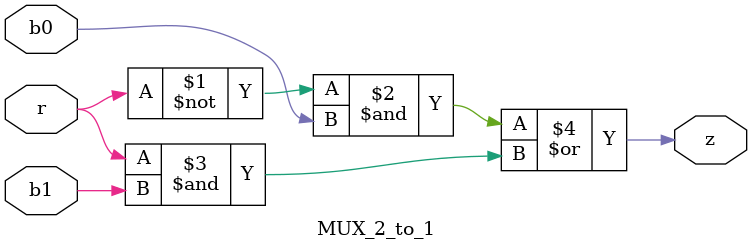
<source format=v>
module MUX_2_to_1(b0,b1,r,z);
input b0,b1,r;
output z;
assign z=((~r)&b0)|(r&b1);
endmodule

</source>
